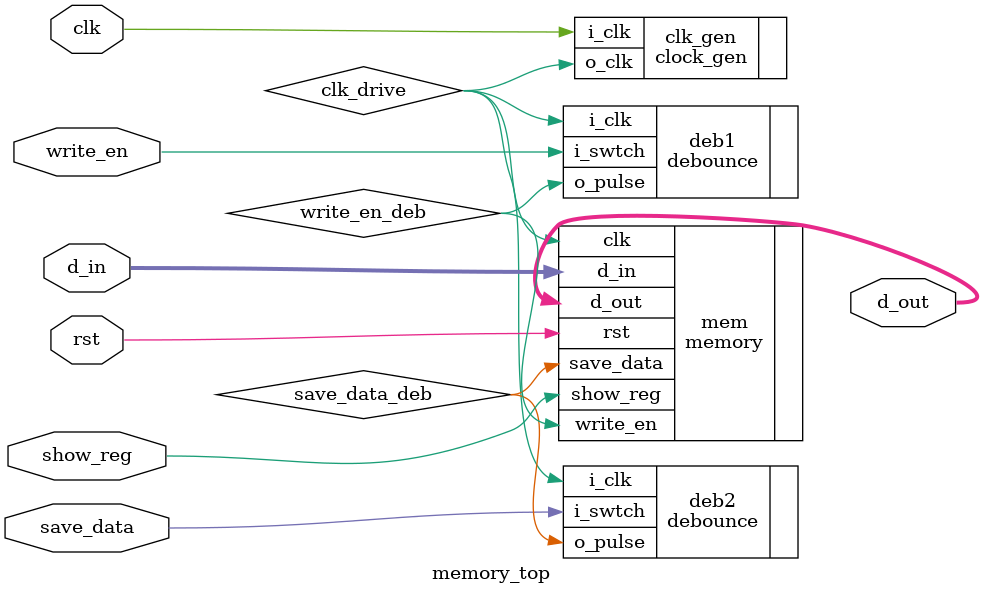
<source format=v>
`timescale 1ns / 1ps
module memory_top(
    input clk,
    input rst,
    input write_en,
    input save_data,
    input show_reg,
    input [7:0] d_in,
    output [7:0] d_out
    );

wire clk_drive;
wire write_en_deb;
wire save_data_deb;

clock_gen clk_gen(.i_clk(clk),.o_clk(clk_drive));
debounce deb1(.i_clk(clk_drive),.i_swtch(write_en),.o_pulse(write_en_deb));
debounce deb2(.i_clk(clk_drive),.i_swtch(save_data),.o_pulse(save_data_deb));
memory mem(.clk(clk_drive),.rst(rst),.write_en(write_en_deb),.save_data(save_data_deb),.show_reg(show_reg),.d_in(d_in),.d_out(d_out));

endmodule

</source>
